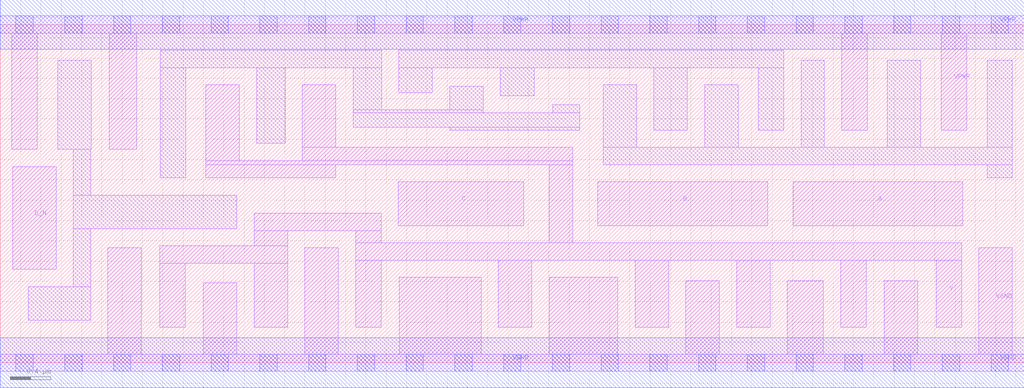
<source format=lef>
# Copyright 2020 The SkyWater PDK Authors
#
# Licensed under the Apache License, Version 2.0 (the "License");
# you may not use this file except in compliance with the License.
# You may obtain a copy of the License at
#
#     https://www.apache.org/licenses/LICENSE-2.0
#
# Unless required by applicable law or agreed to in writing, software
# distributed under the License is distributed on an "AS IS" BASIS,
# WITHOUT WARRANTIES OR CONDITIONS OF ANY KIND, either express or implied.
# See the License for the specific language governing permissions and
# limitations under the License.
#
# SPDX-License-Identifier: Apache-2.0

VERSION 5.7 ;
  NAMESCASESENSITIVE ON ;
  NOWIREEXTENSIONATPIN ON ;
  DIVIDERCHAR "/" ;
  BUSBITCHARS "[]" ;
UNITS
  DATABASE MICRONS 200 ;
END UNITS
MACRO sky130_fd_sc_ls__nor4b_4
  CLASS CORE ;
  SOURCE USER ;
  FOREIGN sky130_fd_sc_ls__nor4b_4 ;
  ORIGIN  0.000000  0.000000 ;
  SIZE  10.08000 BY  3.330000 ;
  SYMMETRY X Y ;
  SITE unit ;
  PIN A
    ANTENNAGATEAREA  1.116000 ;
    DIRECTION INPUT ;
    USE SIGNAL ;
    PORT
      LAYER li1 ;
        RECT 7.805000 1.350000 9.475000 1.780000 ;
    END
  END A
  PIN B
    ANTENNAGATEAREA  1.116000 ;
    DIRECTION INPUT ;
    USE SIGNAL ;
    PORT
      LAYER li1 ;
        RECT 5.885000 1.350000 7.555000 1.780000 ;
    END
  END B
  PIN C
    ANTENNAGATEAREA  1.116000 ;
    DIRECTION INPUT ;
    USE SIGNAL ;
    PORT
      LAYER li1 ;
        RECT 3.920000 1.350000 5.155000 1.780000 ;
    END
  END C
  PIN D_N
    ANTENNAGATEAREA  0.363000 ;
    DIRECTION INPUT ;
    USE SIGNAL ;
    PORT
      LAYER li1 ;
        RECT 0.125000 0.920000 0.550000 1.930000 ;
    END
  END D_N
  PIN Y
    ANTENNADIFFAREA  2.440600 ;
    DIRECTION OUTPUT ;
    USE SIGNAL ;
    PORT
      LAYER li1 ;
        RECT 1.570000 0.350000 1.820000 0.980000 ;
        RECT 1.570000 0.980000 2.830000 1.150000 ;
        RECT 2.025000 1.820000 3.305000 1.950000 ;
        RECT 2.025000 1.950000 5.635000 1.990000 ;
        RECT 2.025000 1.990000 2.355000 2.735000 ;
        RECT 2.500000 0.350000 2.830000 0.980000 ;
        RECT 2.500000 1.150000 2.830000 1.300000 ;
        RECT 2.500000 1.300000 3.750000 1.470000 ;
        RECT 2.975000 1.990000 5.635000 2.120000 ;
        RECT 2.975000 2.120000 3.305000 2.735000 ;
        RECT 3.500000 0.350000 3.750000 1.010000 ;
        RECT 3.500000 1.010000 9.465000 1.180000 ;
        RECT 3.500000 1.180000 3.750000 1.300000 ;
        RECT 4.905000 0.350000 5.235000 1.010000 ;
        RECT 5.405000 1.180000 5.635000 1.950000 ;
        RECT 6.250000 0.350000 6.580000 1.010000 ;
        RECT 7.250000 0.350000 7.580000 1.010000 ;
        RECT 8.275000 0.350000 8.525000 1.010000 ;
        RECT 9.215000 0.350000 9.465000 1.010000 ;
    END
  END Y
  PIN VGND
    DIRECTION INOUT ;
    SHAPE ABUTMENT ;
    USE GROUND ;
    PORT
      LAYER li1 ;
        RECT 0.000000 -0.085000 10.080000 0.085000 ;
        RECT 1.060000  0.085000  1.390000 1.130000 ;
        RECT 2.000000  0.085000  2.330000 0.790000 ;
        RECT 3.000000  0.085000  3.330000 1.130000 ;
        RECT 3.930000  0.085000  4.735000 0.840000 ;
        RECT 5.405000  0.085000  6.080000 0.840000 ;
        RECT 6.750000  0.085000  7.080000 0.805000 ;
        RECT 7.750000  0.085000  8.105000 0.805000 ;
        RECT 8.705000  0.085000  9.035000 0.805000 ;
        RECT 9.635000  0.085000  9.965000 1.130000 ;
      LAYER mcon ;
        RECT 0.155000 -0.085000 0.325000 0.085000 ;
        RECT 0.635000 -0.085000 0.805000 0.085000 ;
        RECT 1.115000 -0.085000 1.285000 0.085000 ;
        RECT 1.595000 -0.085000 1.765000 0.085000 ;
        RECT 2.075000 -0.085000 2.245000 0.085000 ;
        RECT 2.555000 -0.085000 2.725000 0.085000 ;
        RECT 3.035000 -0.085000 3.205000 0.085000 ;
        RECT 3.515000 -0.085000 3.685000 0.085000 ;
        RECT 3.995000 -0.085000 4.165000 0.085000 ;
        RECT 4.475000 -0.085000 4.645000 0.085000 ;
        RECT 4.955000 -0.085000 5.125000 0.085000 ;
        RECT 5.435000 -0.085000 5.605000 0.085000 ;
        RECT 5.915000 -0.085000 6.085000 0.085000 ;
        RECT 6.395000 -0.085000 6.565000 0.085000 ;
        RECT 6.875000 -0.085000 7.045000 0.085000 ;
        RECT 7.355000 -0.085000 7.525000 0.085000 ;
        RECT 7.835000 -0.085000 8.005000 0.085000 ;
        RECT 8.315000 -0.085000 8.485000 0.085000 ;
        RECT 8.795000 -0.085000 8.965000 0.085000 ;
        RECT 9.275000 -0.085000 9.445000 0.085000 ;
        RECT 9.755000 -0.085000 9.925000 0.085000 ;
      LAYER met1 ;
        RECT 0.000000 -0.245000 10.080000 0.245000 ;
    END
  END VGND
  PIN VPWR
    DIRECTION INOUT ;
    SHAPE ABUTMENT ;
    USE POWER ;
    PORT
      LAYER li1 ;
        RECT 0.000000 3.245000 10.080000 3.415000 ;
        RECT 0.115000 2.100000  0.365000 3.245000 ;
        RECT 1.075000 2.100000  1.345000 3.245000 ;
        RECT 8.285000 2.290000  8.535000 3.245000 ;
        RECT 9.265000 2.290000  9.515000 3.245000 ;
      LAYER mcon ;
        RECT 0.155000 3.245000 0.325000 3.415000 ;
        RECT 0.635000 3.245000 0.805000 3.415000 ;
        RECT 1.115000 3.245000 1.285000 3.415000 ;
        RECT 1.595000 3.245000 1.765000 3.415000 ;
        RECT 2.075000 3.245000 2.245000 3.415000 ;
        RECT 2.555000 3.245000 2.725000 3.415000 ;
        RECT 3.035000 3.245000 3.205000 3.415000 ;
        RECT 3.515000 3.245000 3.685000 3.415000 ;
        RECT 3.995000 3.245000 4.165000 3.415000 ;
        RECT 4.475000 3.245000 4.645000 3.415000 ;
        RECT 4.955000 3.245000 5.125000 3.415000 ;
        RECT 5.435000 3.245000 5.605000 3.415000 ;
        RECT 5.915000 3.245000 6.085000 3.415000 ;
        RECT 6.395000 3.245000 6.565000 3.415000 ;
        RECT 6.875000 3.245000 7.045000 3.415000 ;
        RECT 7.355000 3.245000 7.525000 3.415000 ;
        RECT 7.835000 3.245000 8.005000 3.415000 ;
        RECT 8.315000 3.245000 8.485000 3.415000 ;
        RECT 8.795000 3.245000 8.965000 3.415000 ;
        RECT 9.275000 3.245000 9.445000 3.415000 ;
        RECT 9.755000 3.245000 9.925000 3.415000 ;
      LAYER met1 ;
        RECT 0.000000 3.085000 10.080000 3.575000 ;
    END
  END VPWR
  OBS
    LAYER li1 ;
      RECT 0.275000 0.420000 0.890000 0.750000 ;
      RECT 0.565000 2.100000 0.895000 2.980000 ;
      RECT 0.720000 0.750000 0.890000 1.320000 ;
      RECT 0.720000 1.320000 2.330000 1.650000 ;
      RECT 0.720000 1.650000 0.890000 2.100000 ;
      RECT 1.575000 1.820000 1.825000 2.905000 ;
      RECT 1.575000 2.905000 3.755000 3.075000 ;
      RECT 2.525000 2.160000 2.805000 2.905000 ;
      RECT 3.475000 2.320000 5.705000 2.460000 ;
      RECT 3.475000 2.460000 4.755000 2.490000 ;
      RECT 3.475000 2.490000 3.755000 2.905000 ;
      RECT 3.925000 2.660000 4.255000 2.905000 ;
      RECT 3.925000 2.905000 7.715000 3.075000 ;
      RECT 4.425000 2.290000 5.705000 2.320000 ;
      RECT 4.425000 2.490000 4.755000 2.720000 ;
      RECT 4.925000 2.630000 5.255000 2.905000 ;
      RECT 5.440000 2.460000 5.705000 2.540000 ;
      RECT 5.935000 1.950000 9.965000 2.120000 ;
      RECT 5.935000 2.120000 6.265000 2.735000 ;
      RECT 6.435000 2.290000 6.765000 2.905000 ;
      RECT 6.935000 2.120000 7.265000 2.735000 ;
      RECT 7.465000 2.290000 7.715000 2.905000 ;
      RECT 7.885000 2.120000 8.115000 2.980000 ;
      RECT 8.735000 2.120000 9.065000 2.980000 ;
      RECT 9.715000 1.820000 9.965000 1.950000 ;
      RECT 9.715000 2.120000 9.965000 2.980000 ;
  END
END sky130_fd_sc_ls__nor4b_4

</source>
